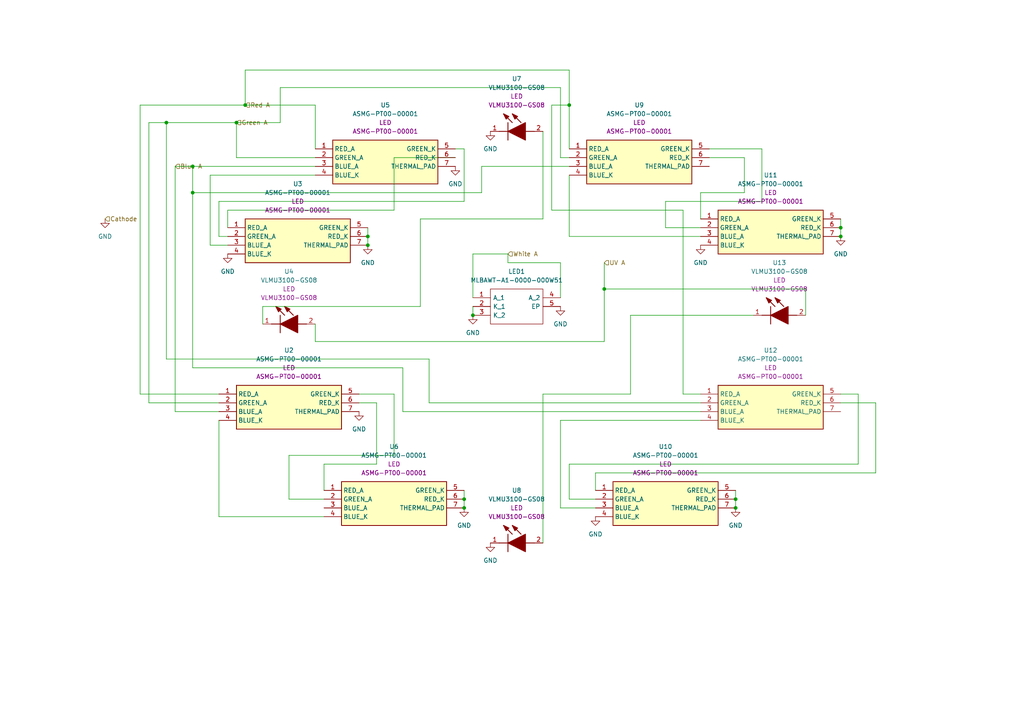
<source format=kicad_sch>
(kicad_sch (version 20211123) (generator eeschema)
  (paper "A4")
  (lib_symbols
    (symbol "SamacSys_Parts:ASMG-PT00-00001"
      (property "Value" "ASMG-PT00-00001" (at 0 0 0))
      (property "Reference_1" "LED" (at 36.83 7.62 0))
      (property "Value_1" "ASMG-PT00-00001" (at 36.83 5.08 0))
      (symbol "ASMG-PT00-00001_1_1"
        (rectangle (start 5.08 2.54) (end 35.56 -10.16) (stroke (width 0.254)) (fill (type background)))
        (pin passive line (at 0 0 0) (length 5.08) (name "RED_A") (number "1"))
        (pin passive line (at 0 -2.54 0) (length 5.08) (name "GREEN_A") (number "2"))
        (pin passive line (at 0 -5.08 0) (length 5.08) (name "BLUE_A") (number "3"))
        (pin passive line (at 0 -7.62 0) (length 5.08) (name "BLUE_K") (number "4"))
        (pin passive line (at 40.64 0 180) (length 5.08) (name "GREEN_K") (number "5"))
        (pin passive line (at 40.64 -2.54 180) (length 5.08) (name "RED_K") (number "6"))
        (pin passive line (at 40.64 -5.08 180) (length 5.08) (name "THERMAL_PAD") (number "7"))
      )
    )
    (symbol "SamacSys_Parts:MLBAWT-A1-0000-000W51" (pin_names (offset 0.762))
      (property "Reference" "LED" (at 21.59 7.62 0))
      (property "Value" "MLBAWT-A1-0000-000W51" (at 21.59 5.08 0))
      (symbol "MLBAWT-A1-0000-000W51_0_0"
        (pin passive line (at 0 0 0) (length 5.08) (name "A_1") (number "1"))
        (pin passive line (at 0 -2.54 0) (length 5.08) (name "K_1") (number "2"))
        (pin passive line (at 0 -5.08 0) (length 5.08) (name "K_2") (number "3"))
        (pin passive line (at 25.4 0 180) (length 5.08) (name "A_2") (number "4"))
        (pin passive line (at 25.4 -2.54 180) (length 5.08) (name "EP") (number "5"))
      )
      (symbol "MLBAWT-A1-0000-000W51_0_1"
        (polyline (pts (xy 5.08 2.54) (xy 20.32 2.54) (xy 20.32 -7.62) (xy 5.08 -7.62) (xy 5.08 2.54)) (stroke (width 0.1524)))
      )
    )
    (symbol "SamacSys_Parts:VLMU3100-GS08" (pin_names hide)
      (property "Value" "VLMU3100-GS08" (at 0 0 0))
      (property "Reference_1" "LED" (at 12.7 8.89 0))
      (property "Value_1" "VLMU3100-GS08" (at 12.7 6.35 0))
      (symbol "VLMU3100-GS08_1_1"
        (polyline (pts (xy 2.54 0) (xy 5.08 0)) (stroke (width 0.254)))
        (polyline (pts (xy 5.08 2.54) (xy 5.08 -2.54)) (stroke (width 0.254)))
        (polyline (pts (xy 6.35 2.54) (xy 3.81 5.08)) (stroke (width 0.254)))
        (polyline (pts (xy 8.89 2.54) (xy 6.35 5.08)) (stroke (width 0.254)))
        (polyline (pts (xy 10.16 0) (xy 12.7 0)) (stroke (width 0.254)))
        (polyline (pts (xy 5.08 0) (xy 10.16 2.54) (xy 10.16 -2.54) (xy 5.08 0)) (stroke (width 0.254)) (fill (type outline)))
        (polyline (pts (xy 5.334 4.318) (xy 4.572 3.556) (xy 3.81 5.08) (xy 5.334 4.318)) (stroke (width 0.254)) (fill (type outline)))
        (polyline (pts (xy 7.874 4.318) (xy 7.112 3.556) (xy 6.35 5.08) (xy 7.874 4.318)) (stroke (width 0.254)) (fill (type outline)))
        (pin passive line (at 0 0 0) (length 2.54) (name "K") (number "1"))
        (pin passive line (at 15.24 0 180) (length 2.54) (name "A") (number "2"))
      )
    )
    (symbol "power:GND" (power) (pin_names (offset 0))
      (property "Value" "GND" (at 0 -3.81 0))
      (symbol "GND_0_1"
        (polyline (pts (xy 0 0) (xy 0 -1.27) (xy 1.27 -1.27) (xy 0 -2.54) (xy -1.27 -1.27) (xy 0 -1.27)))
      )
      (symbol "GND_1_1"
        (pin power_in line (at 0 0 270) (length 0) hide (name "GND") (number "1"))
      )
    )
  )
  (junction (at 243.84 68.58))
  (junction (at 175.26 83.82))
  (junction (at 137.16 91.44))
  (junction (at 106.68 68.58))
  (junction (at 213.36 144.78))
  (junction (at 213.36 147.32))
  (junction (at 68.58 35.56))
  (junction (at 165.1 30.48))
  (junction (at 71.12 30.48))
  (junction (at 55.88 55.88))
  (junction (at 55.88 48.26))
  (junction (at 106.68 71.12))
  (junction (at 134.62 144.78))
  (junction (at 134.62 147.32))
  (junction (at 48.26 35.56))
  (junction (at 243.84 66.04))
  (wire (pts (xy 165.1 20.32) (xy 71.12 20.32)))
  (wire (pts (xy 203.2 114.3) (xy 198.12 114.3)))
  (wire (pts (xy 43.18 35.56) (xy 48.26 35.56)))
  (wire (pts (xy 162.56 25.4) (xy 81.28 25.4)))
  (wire (pts (xy 147.32 76.2) (xy 147.32 73.66)))
  (wire (pts (xy 248.92 134.62) (xy 165.1 134.62)))
  (wire (pts (xy 165.1 48.26) (xy 139.7 48.26)))
  (wire (pts (xy 157.48 63.5) (xy 157.48 38.1)))
  (wire (pts (xy 63.5 149.86) (xy 93.98 149.86)))
  (wire (pts (xy 91.44 99.06) (xy 91.44 93.98)))
  (wire (pts (xy 104.14 114.3) (xy 114.3 114.3)))
  (wire (pts (xy 114.3 132.08) (xy 83.82 132.08)))
  (wire (pts (xy 162.56 86.36) (xy 162.56 76.2)))
  (wire (pts (xy 109.22 116.84) (xy 109.22 134.62)))
  (wire (pts (xy 76.2 93.98) (xy 76.2 88.9)))
  (wire (pts (xy 132.08 45.72) (xy 114.3 45.72)))
  (wire (pts (xy 60.96 71.12) (xy 66.04 71.12)))
  (wire (pts (xy 175.26 76.2) (xy 175.26 83.82)))
  (wire (pts (xy 137.16 73.66) (xy 147.32 73.66)))
  (wire (pts (xy 63.5 68.58) (xy 66.04 68.58)))
  (wire (pts (xy 71.12 30.48) (xy 91.44 30.48)))
  (wire (pts (xy 40.64 30.48) (xy 71.12 30.48)))
  (wire (pts (xy 205.74 45.72) (xy 215.9 45.72)))
  (wire (pts (xy 124.46 104.14) (xy 48.26 104.14)))
  (wire (pts (xy 162.56 45.72) (xy 162.56 25.4)))
  (wire (pts (xy 137.16 88.9) (xy 137.16 91.44)))
  (wire (pts (xy 203.2 121.92) (xy 162.56 121.92)))
  (wire (pts (xy 254 116.84) (xy 254 137.16)))
  (wire (pts (xy 139.7 55.88) (xy 55.88 55.88)))
  (wire (pts (xy 104.14 116.84) (xy 109.22 116.84)))
  (wire (pts (xy 160.02 30.48) (xy 165.1 30.48)))
  (wire (pts (xy 50.8 119.38) (xy 50.8 48.26)))
  (wire (pts (xy 215.9 55.88) (xy 203.2 55.88)))
  (wire (pts (xy 124.46 116.84) (xy 124.46 104.14)))
  (wire (pts (xy 193.04 58.42) (xy 193.04 66.04)))
  (wire (pts (xy 83.82 144.78) (xy 93.98 144.78)))
  (wire (pts (xy 91.44 99.06) (xy 175.26 99.06)))
  (wire (pts (xy 233.68 83.82) (xy 175.26 83.82)))
  (wire (pts (xy 106.68 68.58) (xy 106.68 71.12)))
  (wire (pts (xy 63.5 121.92) (xy 63.5 149.86)))
  (wire (pts (xy 106.68 66.04) (xy 106.68 68.58)))
  (wire (pts (xy 165.1 144.78) (xy 172.72 144.78)))
  (wire (pts (xy 81.28 25.4) (xy 81.28 35.56)))
  (wire (pts (xy 248.92 114.3) (xy 248.92 134.62)))
  (wire (pts (xy 50.8 48.26) (xy 55.88 48.26)))
  (wire (pts (xy 55.88 48.26) (xy 91.44 48.26)))
  (wire (pts (xy 68.58 35.56) (xy 68.58 45.72)))
  (wire (pts (xy 48.26 104.14) (xy 48.26 35.56)))
  (wire (pts (xy 162.56 147.32) (xy 172.72 147.32)))
  (wire (pts (xy 121.92 88.9) (xy 121.92 63.5)))
  (wire (pts (xy 160.02 60.96) (xy 160.02 30.48)))
  (wire (pts (xy 162.56 76.2) (xy 147.32 76.2)))
  (wire (pts (xy 55.88 55.88) (xy 55.88 48.26)))
  (wire (pts (xy 81.28 35.56) (xy 68.58 35.56)))
  (wire (pts (xy 162.56 121.92) (xy 162.56 147.32)))
  (wire (pts (xy 63.5 119.38) (xy 50.8 119.38)))
  (wire (pts (xy 63.5 114.3) (xy 40.64 114.3)))
  (wire (pts (xy 116.84 106.68) (xy 55.88 106.68)))
  (wire (pts (xy 243.84 63.5) (xy 243.84 66.04)))
  (wire (pts (xy 66.04 60.96) (xy 66.04 66.04)))
  (wire (pts (xy 165.1 43.18) (xy 165.1 30.48)))
  (wire (pts (xy 203.2 119.38) (xy 116.84 119.38)))
  (wire (pts (xy 220.98 58.42) (xy 193.04 58.42)))
  (wire (pts (xy 114.3 60.96) (xy 66.04 60.96)))
  (wire (pts (xy 121.92 63.5) (xy 157.48 63.5)))
  (wire (pts (xy 40.64 114.3) (xy 40.64 30.48)))
  (wire (pts (xy 165.1 50.8) (xy 165.1 68.58)))
  (wire (pts (xy 233.68 91.44) (xy 233.68 83.82)))
  (wire (pts (xy 198.12 60.96) (xy 160.02 60.96)))
  (wire (pts (xy 213.36 144.78) (xy 213.36 147.32)))
  (wire (pts (xy 182.88 91.44) (xy 218.44 91.44)))
  (wire (pts (xy 243.84 66.04) (xy 243.84 68.58)))
  (wire (pts (xy 55.88 55.88) (xy 55.88 106.68)))
  (wire (pts (xy 132.08 43.18) (xy 134.62 43.18)))
  (wire (pts (xy 93.98 134.62) (xy 93.98 142.24)))
  (wire (pts (xy 203.2 116.84) (xy 124.46 116.84)))
  (wire (pts (xy 175.26 83.82) (xy 175.26 99.06)))
  (wire (pts (xy 76.2 88.9) (xy 121.92 88.9)))
  (wire (pts (xy 203.2 55.88) (xy 203.2 63.5)))
  (wire (pts (xy 182.88 114.3) (xy 182.88 91.44)))
  (wire (pts (xy 215.9 45.72) (xy 215.9 55.88)))
  (wire (pts (xy 134.62 58.42) (xy 63.5 58.42)))
  (wire (pts (xy 91.44 50.8) (xy 60.96 50.8)))
  (wire (pts (xy 172.72 137.16) (xy 172.72 142.24)))
  (wire (pts (xy 205.74 43.18) (xy 220.98 43.18)))
  (wire (pts (xy 134.62 142.24) (xy 134.62 144.78)))
  (wire (pts (xy 134.62 43.18) (xy 134.62 58.42)))
  (wire (pts (xy 116.84 119.38) (xy 116.84 106.68)))
  (wire (pts (xy 198.12 114.3) (xy 198.12 60.96)))
  (wire (pts (xy 83.82 132.08) (xy 83.82 144.78)))
  (wire (pts (xy 165.1 134.62) (xy 165.1 144.78)))
  (wire (pts (xy 91.44 43.18) (xy 91.44 30.48)))
  (wire (pts (xy 139.7 48.26) (xy 139.7 55.88)))
  (wire (pts (xy 193.04 66.04) (xy 203.2 66.04)))
  (wire (pts (xy 243.84 114.3) (xy 248.92 114.3)))
  (wire (pts (xy 63.5 58.42) (xy 63.5 68.58)))
  (wire (pts (xy 109.22 134.62) (xy 93.98 134.62)))
  (wire (pts (xy 220.98 43.18) (xy 220.98 58.42)))
  (wire (pts (xy 137.16 73.66) (xy 137.16 86.36)))
  (wire (pts (xy 71.12 20.32) (xy 71.12 30.48)))
  (wire (pts (xy 60.96 50.8) (xy 60.96 71.12)))
  (wire (pts (xy 63.5 116.84) (xy 43.18 116.84)))
  (wire (pts (xy 114.3 114.3) (xy 114.3 132.08)))
  (wire (pts (xy 114.3 45.72) (xy 114.3 60.96)))
  (wire (pts (xy 134.62 144.78) (xy 134.62 147.32)))
  (wire (pts (xy 157.48 114.3) (xy 182.88 114.3)))
  (wire (pts (xy 165.1 30.48) (xy 165.1 20.32)))
  (wire (pts (xy 43.18 116.84) (xy 43.18 35.56)))
  (wire (pts (xy 48.26 35.56) (xy 68.58 35.56)))
  (wire (pts (xy 165.1 45.72) (xy 162.56 45.72)))
  (wire (pts (xy 68.58 45.72) (xy 91.44 45.72)))
  (wire (pts (xy 254 137.16) (xy 172.72 137.16)))
  (wire (pts (xy 243.84 116.84) (xy 254 116.84)))
  (wire (pts (xy 157.48 157.48) (xy 157.48 114.3)))
  (wire (pts (xy 213.36 142.24) (xy 213.36 144.78)))
  (wire (pts (xy 165.1 68.58) (xy 203.2 68.58)))
  (hierarchical_label "White A" (shape input) (at 147.32 73.66 0))
  (hierarchical_label "Cathode" (shape input) (at 30.48 63.5 0))
  (hierarchical_label "UV A" (shape input) (at 175.26 76.2 0))
  (hierarchical_label "Green A" (shape input) (at 68.58 35.56 0))
  (hierarchical_label "Red A" (shape input) (at 71.12 30.48 0))
  (hierarchical_label "Blue A" (shape input) (at 50.8 48.26 0))
  (symbol (lib_id "SamacSys_Parts:ASMG-PT00-00001") (at 172.72 142.24 0) (unit 1)
    (property "Reference" "U10" (at 193.04 129.54 0))
    (property "Value" "ASMG-PT00-00001" (at 193.04 132.08 0))
    (property "Footprint" "SamacSys_Parts:ASMGPT0000001" (effects hide))
    (property "Reference_1" "LED" (at 193.04 134.62 0))
    (property "Value_1" "ASMG-PT00-00001" (at 193.04 137.16 0))
    (property "Footprint_1" "ASMGPT0000001" (effects hide))
    (property "Datasheet_1" "https://docs.broadcom.com/docs/ASMG-PT00-DS100" (effects hide))
    (property "Height" "1.85" (effects hide))
    (property "Mouser Part Number" "630-ASMG-PT00-00001" (effects hide))
    (property "Mouser Price/Stock" "https://www.mouser.co.uk/ProductDetail/Broadcom-Avago/ASMG-PT00-00001?qs=BZBei1rCqCB49HWiVZdusg%3D%3D" (effects hide))
    (property "Manufacturer_Name" "Avago Technologies" (effects hide))
    (property "Manufacturer_Part_Number" "ASMG-PT00-00001" (effects hide))
  )
  (symbol (lib_id "power:GND") (at 132.08 48.26 0) (unit 1)
    (property "Reference" "#PWR?" (effects hide))
    (property "Value" "GND" (at 132.08 53.34 0))
  )
  (symbol (lib_id "power:GND") (at 162.56 88.9 0) (unit 1)
    (property "Reference" "#PWR?" (effects hide))
    (property "Value" "GND" (at 162.56 93.98 0))
  )
  (symbol (lib_id "SamacSys_Parts:ASMG-PT00-00001") (at 91.44 43.18 0) (unit 1)
    (property "Reference" "U5" (at 111.76 30.48 0))
    (property "Value" "ASMG-PT00-00001" (at 111.76 33.02 0))
    (property "Footprint" "SamacSys_Parts:ASMGPT0000001" (effects hide))
    (property "Reference_1" "LED" (at 111.76 35.56 0))
    (property "Value_1" "ASMG-PT00-00001" (at 111.76 38.1 0))
    (property "Footprint_1" "ASMGPT0000001" (effects hide))
    (property "Datasheet_1" "https://docs.broadcom.com/docs/ASMG-PT00-DS100" (effects hide))
    (property "Height" "1.85" (effects hide))
    (property "Mouser Part Number" "630-ASMG-PT00-00001" (effects hide))
    (property "Mouser Price/Stock" "https://www.mouser.co.uk/ProductDetail/Broadcom-Avago/ASMG-PT00-00001?qs=BZBei1rCqCB49HWiVZdusg%3D%3D" (effects hide))
    (property "Manufacturer_Name" "Avago Technologies" (effects hide))
    (property "Manufacturer_Part_Number" "ASMG-PT00-00001" (effects hide))
  )
  (symbol (lib_id "SamacSys_Parts:ASMG-PT00-00001") (at 203.2 63.5 0) (unit 1)
    (property "Reference" "U11" (at 223.52 50.8 0))
    (property "Value" "ASMG-PT00-00001" (at 223.52 53.34 0))
    (property "Footprint" "SamacSys_Parts:ASMGPT0000001" (effects hide))
    (property "Reference_1" "LED" (at 223.52 55.88 0))
    (property "Value_1" "ASMG-PT00-00001" (at 223.52 58.42 0))
    (property "Footprint_1" "ASMGPT0000001" (effects hide))
    (property "Datasheet_1" "https://docs.broadcom.com/docs/ASMG-PT00-DS100" (effects hide))
    (property "Height" "1.85" (effects hide))
    (property "Mouser Part Number" "630-ASMG-PT00-00001" (effects hide))
    (property "Mouser Price/Stock" "https://www.mouser.co.uk/ProductDetail/Broadcom-Avago/ASMG-PT00-00001?qs=BZBei1rCqCB49HWiVZdusg%3D%3D" (effects hide))
    (property "Manufacturer_Name" "Avago Technologies" (effects hide))
    (property "Manufacturer_Part_Number" "ASMG-PT00-00001" (effects hide))
  )
  (symbol (lib_id "SamacSys_Parts:VLMU3100-GS08") (at 142.24 157.48 0) (unit 1)
    (property "Reference" "U8" (at 149.86 142.24 0))
    (property "Value" "VLMU3100-GS08" (at 149.86 144.78 0))
    (property "Footprint" "SamacSys_Parts:LEDC3228X190M" (effects hide))
    (property "Reference_1" "LED" (at 149.86 147.32 0))
    (property "Value_1" "VLMU3100-GS08" (at 149.86 149.86 0))
    (property "Footprint_1" "LEDC3228X190M" (effects hide))
    (property "Datasheet_1" "https://datasheet.datasheetarchive.com/originals/distributors/Datasheets-DGA2/205149.pdf" (effects hide))
    (property "Height" "1.9" (effects hide))
    (property "Mouser Part Number" "78-VLMU3100-GS08" (effects hide))
    (property "Mouser Price/Stock" "https://www.mouser.co.uk/ProductDetail/Vishay-Semiconductors/VLMU3100-GS08?qs=PCImSRb%252BFGoAl6yEsHP8%2FA%3D%3D" (effects hide))
    (property "Manufacturer_Name" "Vishay" (effects hide))
    (property "Manufacturer_Part_Number" "VLMU3100-GS08" (effects hide))
  )
  (symbol (lib_id "SamacSys_Parts:VLMU3100-GS08") (at 142.24 38.1 0) (unit 1)
    (property "Reference" "U7" (at 149.86 22.86 0))
    (property "Value" "VLMU3100-GS08" (at 149.86 25.4 0))
    (property "Footprint" "SamacSys_Parts:LEDC3228X190M" (effects hide))
    (property "Reference_1" "LED" (at 149.86 27.94 0))
    (property "Value_1" "VLMU3100-GS08" (at 149.86 30.48 0))
    (property "Footprint_1" "LEDC3228X190M" (effects hide))
    (property "Datasheet_1" "https://datasheet.datasheetarchive.com/originals/distributors/Datasheets-DGA2/205149.pdf" (effects hide))
    (property "Height" "1.9" (effects hide))
    (property "Mouser Part Number" "78-VLMU3100-GS08" (effects hide))
    (property "Mouser Price/Stock" "https://www.mouser.co.uk/ProductDetail/Vishay-Semiconductors/VLMU3100-GS08?qs=PCImSRb%252BFGoAl6yEsHP8%2FA%3D%3D" (effects hide))
    (property "Manufacturer_Name" "Vishay" (effects hide))
    (property "Manufacturer_Part_Number" "VLMU3100-GS08" (effects hide))
  )
  (symbol (lib_id "SamacSys_Parts:VLMU3100-GS08") (at 76.2 93.98 0) (unit 1)
    (property "Reference" "U4" (at 83.82 78.74 0))
    (property "Value" "VLMU3100-GS08" (at 83.82 81.28 0))
    (property "Footprint" "SamacSys_Parts:LEDC3228X190M" (effects hide))
    (property "Reference_1" "LED" (at 83.82 83.82 0))
    (property "Value_1" "VLMU3100-GS08" (at 83.82 86.36 0))
    (property "Footprint_1" "LEDC3228X190M" (effects hide))
    (property "Datasheet_1" "https://datasheet.datasheetarchive.com/originals/distributors/Datasheets-DGA2/205149.pdf" (effects hide))
    (property "Height" "1.9" (effects hide))
    (property "Mouser Part Number" "78-VLMU3100-GS08" (effects hide))
    (property "Mouser Price/Stock" "https://www.mouser.co.uk/ProductDetail/Vishay-Semiconductors/VLMU3100-GS08?qs=PCImSRb%252BFGoAl6yEsHP8%2FA%3D%3D" (effects hide))
    (property "Manufacturer_Name" "Vishay" (effects hide))
    (property "Manufacturer_Part_Number" "VLMU3100-GS08" (effects hide))
  )
  (symbol (lib_id "power:GND") (at 30.48 63.5 0) (unit 1)
    (property "Reference" "#PWR?" (effects hide))
    (property "Value" "GND" (at 30.48 68.58 0))
  )
  (symbol (lib_id "SamacSys_Parts:ASMG-PT00-00001") (at 165.1 43.18 0) (unit 1)
    (property "Reference" "U9" (at 185.42 30.48 0))
    (property "Value" "ASMG-PT00-00001" (at 185.42 33.02 0))
    (property "Footprint" "SamacSys_Parts:ASMGPT0000001" (effects hide))
    (property "Reference_1" "LED" (at 185.42 35.56 0))
    (property "Value_1" "ASMG-PT00-00001" (at 185.42 38.1 0))
    (property "Footprint_1" "ASMGPT0000001" (effects hide))
    (property "Datasheet_1" "https://docs.broadcom.com/docs/ASMG-PT00-DS100" (effects hide))
    (property "Height" "1.85" (effects hide))
    (property "Mouser Part Number" "630-ASMG-PT00-00001" (effects hide))
    (property "Mouser Price/Stock" "https://www.mouser.co.uk/ProductDetail/Broadcom-Avago/ASMG-PT00-00001?qs=BZBei1rCqCB49HWiVZdusg%3D%3D" (effects hide))
    (property "Manufacturer_Name" "Avago Technologies" (effects hide))
    (property "Manufacturer_Part_Number" "ASMG-PT00-00001" (effects hide))
  )
  (symbol (lib_id "power:GND") (at 134.62 147.32 0) (unit 1)
    (property "Reference" "#PWR?" (effects hide))
    (property "Value" "GND" (at 134.62 152.4 0))
  )
  (symbol (lib_id "power:GND") (at 203.2 71.12 0) (unit 1)
    (property "Reference" "#PWR?" (effects hide))
    (property "Value" "GND" (at 203.2 76.2 0))
  )
  (symbol (lib_id "power:GND") (at 243.84 68.58 0) (unit 1)
    (property "Reference" "#PWR?" (effects hide))
    (property "Value" "GND" (at 243.84 73.66 0))
  )
  (symbol (lib_id "power:GND") (at 66.04 73.66 0) (unit 1)
    (property "Reference" "#PWR?" (effects hide))
    (property "Value" "GND" (at 66.04 78.74 0))
  )
  (symbol (lib_id "power:GND") (at 104.14 119.38 0) (unit 1)
    (property "Reference" "#PWR?" (effects hide))
    (property "Value" "GND" (at 104.14 124.46 0))
  )
  (symbol (lib_id "power:GND") (at 172.72 149.86 0) (unit 1)
    (property "Reference" "#PWR?" (effects hide))
    (property "Value" "GND" (at 172.72 154.94 0))
  )
  (symbol (lib_id "SamacSys_Parts:ASMG-PT00-00001") (at 203.2 114.3 0) (unit 1)
    (property "Reference" "U12" (at 223.52 101.6 0))
    (property "Value" "ASMG-PT00-00001" (at 223.52 104.14 0))
    (property "Footprint" "SamacSys_Parts:ASMGPT0000001" (effects hide))
    (property "Reference_1" "LED" (at 223.52 106.68 0))
    (property "Value_1" "ASMG-PT00-00001" (at 223.52 109.22 0))
    (property "Footprint_1" "ASMGPT0000001" (effects hide))
    (property "Datasheet_1" "https://docs.broadcom.com/docs/ASMG-PT00-DS100" (effects hide))
    (property "Height" "1.85" (effects hide))
    (property "Mouser Part Number" "630-ASMG-PT00-00001" (effects hide))
    (property "Mouser Price/Stock" "https://www.mouser.co.uk/ProductDetail/Broadcom-Avago/ASMG-PT00-00001?qs=BZBei1rCqCB49HWiVZdusg%3D%3D" (effects hide))
    (property "Manufacturer_Name" "Avago Technologies" (effects hide))
    (property "Manufacturer_Part_Number" "ASMG-PT00-00001" (effects hide))
  )
  (symbol (lib_id "SamacSys_Parts:VLMU3100-GS08") (at 218.44 91.44 0) (unit 1)
    (property "Reference" "U13" (at 226.06 76.2 0))
    (property "Value" "VLMU3100-GS08" (at 226.06 78.74 0))
    (property "Footprint" "SamacSys_Parts:LEDC3228X190M" (effects hide))
    (property "Reference_1" "LED" (at 226.06 81.28 0))
    (property "Value_1" "VLMU3100-GS08" (at 226.06 83.82 0))
    (property "Footprint_1" "LEDC3228X190M" (effects hide))
    (property "Datasheet_1" "https://datasheet.datasheetarchive.com/originals/distributors/Datasheets-DGA2/205149.pdf" (effects hide))
    (property "Height" "1.9" (effects hide))
    (property "Mouser Part Number" "78-VLMU3100-GS08" (effects hide))
    (property "Mouser Price/Stock" "https://www.mouser.co.uk/ProductDetail/Vishay-Semiconductors/VLMU3100-GS08?qs=PCImSRb%252BFGoAl6yEsHP8%2FA%3D%3D" (effects hide))
    (property "Manufacturer_Name" "Vishay" (effects hide))
    (property "Manufacturer_Part_Number" "VLMU3100-GS08" (effects hide))
  )
  (symbol (lib_id "power:GND") (at 106.68 71.12 0) (unit 1)
    (property "Reference" "#PWR?" (effects hide))
    (property "Value" "GND" (at 106.68 76.2 0))
  )
  (symbol (lib_id "power:GND") (at 213.36 147.32 0) (unit 1)
    (property "Reference" "#PWR?" (effects hide))
    (property "Value" "GND" (at 213.36 152.4 0))
  )
  (symbol (lib_id "SamacSys_Parts:MLBAWT-A1-0000-000W51") (at 137.16 86.36 0) (unit 1)
    (property "Reference" "LED1" (at 149.86 78.74 0))
    (property "Value" "MLBAWT-A1-0000-000W51" (at 149.86 81.28 0))
    (property "Footprint" "SamacSys_Parts:MLBAWTA10000000W51" (effects hide))
    (property "Datasheet" "https://componentsearchengine.com/Datasheets/1/MLBAWT-A1-0000-000W51.pdf" (effects hide))
    (property "Description" "Cree MLBAWT-A1-0000-000W51, XLamp ML-B Series White LED, 6500K,, Square Lens SMD Package" (effects hide))
    (property "Height" "1.33" (effects hide))
    (property "Mouser Part Number" "941-MLBAWTA1000W51" (effects hide))
    (property "Mouser Price/Stock" "https://www.mouser.com/Search/Refine.aspx?Keyword=941-MLBAWTA1000W51" (effects hide))
    (property "Manufacturer_Name" "Wolfspeed" (effects hide))
    (property "Manufacturer_Part_Number" "MLBAWT-A1-0000-000W51" (effects hide))
  )
  (symbol (lib_id "SamacSys_Parts:ASMG-PT00-00001") (at 66.04 66.04 0) (unit 1)
    (property "Reference" "U3" (at 86.36 53.34 0))
    (property "Value" "ASMG-PT00-00001" (at 86.36 55.88 0))
    (property "Footprint" "SamacSys_Parts:ASMGPT0000001" (effects hide))
    (property "Reference_1" "LED" (at 86.36 58.42 0))
    (property "Value_1" "ASMG-PT00-00001" (at 86.36 60.96 0))
    (property "Footprint_1" "ASMGPT0000001" (effects hide))
    (property "Datasheet_1" "https://docs.broadcom.com/docs/ASMG-PT00-DS100" (effects hide))
    (property "Height" "1.85" (effects hide))
    (property "Mouser Part Number" "630-ASMG-PT00-00001" (effects hide))
    (property "Mouser Price/Stock" "https://www.mouser.co.uk/ProductDetail/Broadcom-Avago/ASMG-PT00-00001?qs=BZBei1rCqCB49HWiVZdusg%3D%3D" (effects hide))
    (property "Manufacturer_Name" "Avago Technologies" (effects hide))
    (property "Manufacturer_Part_Number" "ASMG-PT00-00001" (effects hide))
  )
  (symbol (lib_id "power:GND") (at 142.24 38.1 0) (unit 1)
    (property "Reference" "#PWR?" (effects hide))
    (property "Value" "GND" (at 142.24 43.18 0))
  )
  (symbol (lib_id "power:GND") (at 137.16 91.44 0) (unit 1)
    (property "Reference" "#PWR?" (effects hide))
    (property "Value" "GND" (at 137.16 96.52 0))
  )
  (symbol (lib_id "SamacSys_Parts:ASMG-PT00-00001") (at 93.98 142.24 0) (unit 1)
    (property "Reference" "U6" (at 114.3 129.54 0))
    (property "Value" "ASMG-PT00-00001" (at 114.3 132.08 0))
    (property "Footprint" "SamacSys_Parts:ASMGPT0000001" (effects hide))
    (property "Reference_1" "LED" (at 114.3 134.62 0))
    (property "Value_1" "ASMG-PT00-00001" (at 114.3 137.16 0))
    (property "Footprint_1" "ASMGPT0000001" (effects hide))
    (property "Datasheet_1" "https://docs.broadcom.com/docs/ASMG-PT00-DS100" (effects hide))
    (property "Height" "1.85" (effects hide))
    (property "Mouser Part Number" "630-ASMG-PT00-00001" (effects hide))
    (property "Mouser Price/Stock" "https://www.mouser.co.uk/ProductDetail/Broadcom-Avago/ASMG-PT00-00001?qs=BZBei1rCqCB49HWiVZdusg%3D%3D" (effects hide))
    (property "Manufacturer_Name" "Avago Technologies" (effects hide))
    (property "Manufacturer_Part_Number" "ASMG-PT00-00001" (effects hide))
  )
  (symbol (lib_id "SamacSys_Parts:ASMG-PT00-00001") (at 63.5 114.3 0) (unit 1)
    (property "Reference" "U2" (at 83.82 101.6 0))
    (property "Value" "ASMG-PT00-00001" (at 83.82 104.14 0))
    (property "Footprint" "SamacSys_Parts:ASMGPT0000001" (effects hide))
    (property "Reference_1" "LED" (at 83.82 106.68 0))
    (property "Value_1" "ASMG-PT00-00001" (at 83.82 109.22 0))
    (property "Footprint_1" "ASMGPT0000001" (effects hide))
    (property "Datasheet_1" "https://docs.broadcom.com/docs/ASMG-PT00-DS100" (effects hide))
    (property "Height" "1.85" (effects hide))
    (property "Mouser Part Number" "630-ASMG-PT00-00001" (effects hide))
    (property "Mouser Price/Stock" "https://www.mouser.co.uk/ProductDetail/Broadcom-Avago/ASMG-PT00-00001?qs=BZBei1rCqCB49HWiVZdusg%3D%3D" (effects hide))
    (property "Manufacturer_Name" "Avago Technologies" (effects hide))
    (property "Manufacturer_Part_Number" "ASMG-PT00-00001" (effects hide))
  )
  (symbol (lib_id "power:GND") (at 142.24 157.48 0) (unit 1)
    (property "Reference" "#PWR?" (effects hide))
    (property "Value" "GND" (at 142.24 162.56 0))
  )
)
</source>
